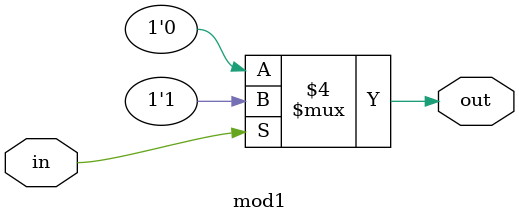
<source format=sv>
module mod1 (
  input logic in,
  output logic out
);

always_comb begin
  if (in == 1'h0) begin
    out = 1'h0;
  end
  else out = 1'h1;
end
endmodule   // mod1


</source>
